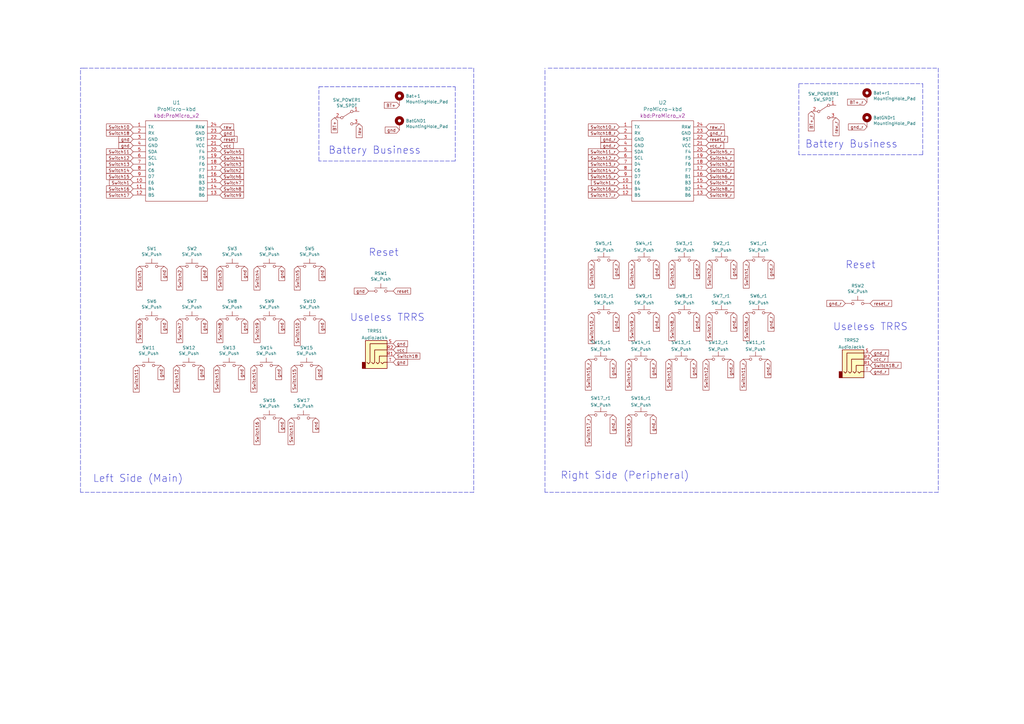
<source format=kicad_sch>
(kicad_sch (version 20211123) (generator eeschema)
  (paper "A3")
  (title_block (title "Sweep V2") (date "2021-03-10") (rev "0.1") (company "broomlabs"))
  (lib_symbols
    (symbol "Connector:AudioJack4"
      (property "Reference" "J" (at 0 8.89 0))
      (property "Value" "AudioJack4" (at 0 6.35 0))
      (symbol "AudioJack4_0_1"
        (rectangle (start -6.35 -5.08) (end -7.62 -7.62) (stroke (width 0.254)) (fill (type outline)))
        (polyline (pts (xy 0 -5.08) (xy 0.635 -5.715) (xy 1.27 -5.08) (xy 2.54 -5.08)) (stroke (width 0.254)))
        (polyline (pts (xy -5.715 -5.08) (xy -5.08 -5.715) (xy -4.445 -5.08) (xy -4.445 2.54) (xy 2.54 2.54)) (stroke (width 0.254)))
        (polyline (pts (xy -1.905 -5.08) (xy -1.27 -5.715) (xy -0.635 -5.08) (xy -0.635 -2.54) (xy 2.54 -2.54)) (stroke (width 0.254)))
        (polyline (pts (xy 2.54 0) (xy -2.54 0) (xy -2.54 -5.08) (xy -3.175 -5.715) (xy -3.81 -5.08)) (stroke (width 0.254)))
        (rectangle (start 2.54 3.81) (end -6.35 -7.62) (stroke (width 0.254)) (fill (type background)))
      )
      (symbol "AudioJack4_1_1"
        (pin passive line (at 5.08 -2.54 180) (length 2.54) (name "~") (number "R1"))
        (pin passive line (at 5.08 0 180) (length 2.54) (name "~") (number "R2"))
        (pin passive line (at 5.08 2.54 180) (length 2.54) (name "~") (number "S"))
        (pin passive line (at 5.08 -5.08 180) (length 2.54) (name "~") (number "T"))
      )
    )
    (symbol "Mechanical:MountingHole_Pad" (pin_numbers hide) (pin_names (offset 1.016) hide)
      (property "Reference" "H" (at 0 6.35 0))
      (property "Value" "MountingHole_Pad" (at 0 4.445 0))
      (symbol "MountingHole_Pad_0_1"
        (circle (center 0 1.27) (radius 1.27) (stroke (width 1.27)))
      )
      (symbol "MountingHole_Pad_1_1"
        (pin input line (at 0 -2.54 90) (length 2.54) (name "1") (number "1"))
      )
    )
    (symbol "Switch:SW_Push" (pin_numbers hide) (pin_names (offset 1.016) hide)
      (property "Reference" "SW" (at 1.27 2.54 0))
      (property "Value" "SW_Push" (at 0 -1.524 0))
      (symbol "SW_Push_0_1"
        (circle (center -2.032 0) (radius 0.508))
        (polyline (pts (xy 0 1.27) (xy 0 3.048)))
        (polyline (pts (xy 2.54 1.27) (xy -2.54 1.27)))
        (circle (center 2.032 0) (radius 0.508))
        (pin passive line (at -5.08 0 0) (length 2.54) (name "1") (number "1"))
        (pin passive line (at 5.08 0 180) (length 2.54) (name "2") (number "2"))
      )
    )
    (symbol "Switch:SW_SPDT" (pin_names (offset 0) hide)
      (property "Reference" "SW" (at 0 4.318 0))
      (property "Value" "SW_SPDT" (at 0 -5.08 0))
      (symbol "SW_SPDT_0_0"
        (circle (center -2.032 0) (radius 0.508))
        (circle (center 2.032 -2.54) (radius 0.508))
      )
      (symbol "SW_SPDT_0_1"
        (polyline (pts (xy -1.524 0.254) (xy 1.651 2.286)))
        (circle (center 2.032 2.54) (radius 0.508))
      )
      (symbol "SW_SPDT_1_1"
        (pin passive line (at 5.08 2.54 180) (length 2.54) (name "A") (number "1"))
        (pin passive line (at -5.08 0 0) (length 2.54) (name "B") (number "2"))
        (pin passive line (at 5.08 -2.54 180) (length 2.54) (name "C") (number "3"))
      )
    )
    (symbol "sweepv2-rescue:ProMicro-kbd-bigblackpill-34key-rescue" (pin_names (offset 1.016))
      (property "Reference" "U" (at 0 24.13 0))
      (property "Value" "sweepv2-rescue_ProMicro-kbd-bigblackpill-34key-rescue" (at 0 -13.97 0))
      (symbol "ProMicro-kbd-bigblackpill-34key-rescue_0_1"
        (rectangle (start -12.7 21.59) (end 12.7 -11.43))
      )
      (symbol "ProMicro-kbd-bigblackpill-34key-rescue_1_1"
        (pin bidirectional line (at -17.78 19.05 0) (length 5.08) (name "TX") (number "1"))
        (pin bidirectional line (at -17.78 -3.81 0) (length 5.08) (name "E6") (number "10"))
        (pin bidirectional line (at -17.78 -6.35 0) (length 5.08) (name "B4") (number "11"))
        (pin bidirectional line (at -17.78 -8.89 0) (length 5.08) (name "B5") (number "12"))
        (pin bidirectional line (at 17.78 -8.89 180) (length 5.08) (name "B6") (number "13"))
        (pin bidirectional line (at 17.78 -6.35 180) (length 5.08) (name "B2") (number "14"))
        (pin bidirectional line (at 17.78 -3.81 180) (length 5.08) (name "B3") (number "15"))
        (pin bidirectional line (at 17.78 -1.27 180) (length 5.08) (name "B1") (number "16"))
        (pin bidirectional line (at 17.78 1.27 180) (length 5.08) (name "F7") (number "17"))
        (pin bidirectional line (at 17.78 3.81 180) (length 5.08) (name "F6") (number "18"))
        (pin bidirectional line (at 17.78 6.35 180) (length 5.08) (name "F5") (number "19"))
        (pin bidirectional line (at -17.78 16.51 0) (length 5.08) (name "RX") (number "2"))
        (pin bidirectional line (at 17.78 8.89 180) (length 5.08) (name "F4") (number "20"))
        (pin power_in line (at 17.78 11.43 180) (length 5.08) (name "VCC") (number "21"))
        (pin input line (at 17.78 13.97 180) (length 5.08) (name "RST") (number "22"))
        (pin power_in line (at 17.78 16.51 180) (length 5.08) (name "GND") (number "23"))
        (pin power_out line (at 17.78 19.05 180) (length 5.08) (name "RAW") (number "24"))
        (pin power_in line (at -17.78 13.97 0) (length 5.08) (name "GND") (number "3"))
        (pin power_in line (at -17.78 11.43 0) (length 5.08) (name "GND") (number "4"))
        (pin bidirectional line (at -17.78 8.89 0) (length 5.08) (name "SDA") (number "5"))
        (pin bidirectional line (at -17.78 6.35 0) (length 5.08) (name "SCL") (number "6"))
        (pin bidirectional line (at -17.78 3.81 0) (length 5.08) (name "D4") (number "7"))
        (pin bidirectional line (at -17.78 1.27 0) (length 5.08) (name "C6") (number "8"))
        (pin bidirectional line (at -17.78 -1.27 0) (length 5.08) (name "D7") (number "9"))
      )
    )
  )
  (polyline (pts (xy 223.52 201.93) (xy 223.52 27.94)))
  (polyline (pts (xy 130.81 35.56) (xy 186.69 35.56)))
  (polyline (pts (xy 384.81 27.94) (xy 384.81 201.93)))
  (polyline (pts (xy 224.79 27.94) (xy 384.81 27.94)))
  (polyline (pts (xy 378.46 63.5) (xy 327.66 63.5)))
  (polyline (pts (xy 130.81 66.04) (xy 130.81 35.56)))
  (polyline (pts (xy 33.02 201.93) (xy 33.02 27.94)))
  (polyline (pts (xy 186.69 66.04) (xy 130.81 66.04)))
  (polyline (pts (xy 327.66 63.5) (xy 327.66 34.29)))
  (polyline (pts (xy 34.29 27.94) (xy 194.31 27.94)))
  (polyline (pts (xy 327.66 34.29) (xy 378.46 34.29)))
  (polyline (pts (xy 186.69 35.56) (xy 186.69 66.04)))
  (polyline (pts (xy 378.46 34.29) (xy 378.46 63.5)))
  (polyline (pts (xy 33.02 27.94) (xy 34.29 27.94)))
  (polyline (pts (xy 384.81 201.93) (xy 223.52 201.93)))
  (polyline (pts (xy 194.31 27.94) (xy 194.31 201.93)))
  (polyline (pts (xy 194.31 201.93) (xy 33.02 201.93)))
  (text "Battery Business" (at 134.62 63.5 0) (effects (font (size 2.9972 2.9972)) (justify left bottom)))
  (text "Useless TRRS\n" (at 341.63 135.89 0) (effects (font (size 2.9972 2.9972)) (justify left bottom)))
  (text "Reset" (at 151.13 105.41 0) (effects (font (size 2.9972 2.9972)) (justify left bottom)))
  (text "Left Side (Main)" (at 38.1 198.12 0) (effects (font (size 2.9972 2.9972)) (justify left bottom)))
  (text "Right Side (Peripheral)" (at 229.87 196.85 0) (effects (font (size 2.9972 2.9972)) (justify left bottom)))
  (text "Battery Business" (at 330.2 60.96 0) (effects (font (size 2.9972 2.9972)) (justify left bottom)))
  (text "Useless TRRS\n" (at 143.51 132.08 0) (effects (font (size 2.9972 2.9972)) (justify left bottom)))
  (text "Reset" (at 346.71 110.49 0) (effects (font (size 2.9972 2.9972)) (justify left bottom)))
  (global_label "Switch14" (shape input) (at 54.61 69.85 180) (property "Intersheet References" "${INTERSHEET_REFS}" (effects hide)))
  (global_label "BT+_r" (shape input) (at 332.74 45.72 270) (property "Intersheet References" "${INTERSHEET_REFS}" (effects hide)))
  (global_label "gnd" (shape input) (at 132.08 130.81 270) (property "Intersheet References" "${INTERSHEET_REFS}" (effects hide)))
  (global_label "Switch3_r" (shape input) (at 275.59 106.68 270) (property "Intersheet References" "${INTERSHEET_REFS}" (effects hide)))
  (global_label "Switch5" (shape input) (at 121.92 109.22 270) (property "Intersheet References" "${INTERSHEET_REFS}" (effects hide)))
  (global_label "Switch12_r" (shape input) (at 254 64.77 180) (property "Intersheet References" "${INTERSHEET_REFS}" (effects hide)))
  (global_label "Switch15_r" (shape input) (at 241.3 147.32 270) (property "Intersheet References" "${INTERSHEET_REFS}" (effects hide)))
  (global_label "Switch8_r" (shape input) (at 275.59 128.27 270) (property "Intersheet References" "${INTERSHEET_REFS}" (effects hide)))
  (global_label "Switch4" (shape input) (at 90.17 64.77 0) (property "Intersheet References" "${INTERSHEET_REFS}" (effects hide)))
  (global_label "gnd" (shape input) (at 99.06 149.86 270) (property "Intersheet References" "${INTERSHEET_REFS}" (effects hide)))
  (global_label "reset" (shape input) (at 161.29 119.38 0) (property "Intersheet References" "${INTERSHEET_REFS}" (effects hide)))
  (global_label "vcc" (shape input) (at 90.17 59.69 0) (property "Intersheet References" "${INTERSHEET_REFS}" (effects hide)))
  (global_label "Switch6_r" (shape input) (at 289.56 72.39 0) (property "Intersheet References" "${INTERSHEET_REFS}" (effects hide)))
  (global_label "Switch16" (shape input) (at 105.41 171.45 270) (property "Intersheet References" "${INTERSHEET_REFS}" (effects hide)))
  (global_label "Switch8" (shape input) (at 90.17 130.81 270) (property "Intersheet References" "${INTERSHEET_REFS}" (effects hide)))
  (global_label "Switch12_r" (shape input) (at 289.56 147.32 270) (property "Intersheet References" "${INTERSHEET_REFS}" (effects hide)))
  (global_label "gnd" (shape input) (at 151.13 119.38 180) (property "Intersheet References" "${INTERSHEET_REFS}" (effects hide)))
  (global_label "gnd_r" (shape input) (at 346.71 124.46 180) (property "Intersheet References" "${INTERSHEET_REFS}" (effects hide)))
  (global_label "Switch17_r" (shape input) (at 241.3 170.18 270) (property "Intersheet References" "${INTERSHEET_REFS}" (effects hide)))
  (global_label "vcc" (shape input) (at 161.29 143.51 0) (property "Intersheet References" "${INTERSHEET_REFS}" (effects hide)))
  (global_label "gnd" (shape input) (at 82.55 149.86 270) (property "Intersheet References" "${INTERSHEET_REFS}" (effects hide)))
  (global_label "gnd_r" (shape input) (at 300.99 128.27 270) (property "Intersheet References" "${INTERSHEET_REFS}" (effects hide)))
  (global_label "reset_r" (shape input) (at 289.56 57.15 0) (property "Intersheet References" "${INTERSHEET_REFS}" (effects hide)))
  (global_label "gnd" (shape input) (at 163.83 53.34 180) (property "Intersheet References" "${INTERSHEET_REFS}" (effects hide)))
  (global_label "Switch13_r" (shape input) (at 274.32 147.32 270) (property "Intersheet References" "${INTERSHEET_REFS}" (effects hide)))
  (global_label "gnd_r" (shape input) (at 267.97 170.18 270) (property "Intersheet References" "${INTERSHEET_REFS}" (effects hide)))
  (global_label "gnd" (shape input) (at 90.17 54.61 0) (property "Intersheet References" "${INTERSHEET_REFS}" (effects hide)))
  (global_label "Switch11" (shape input) (at 54.61 62.23 180) (property "Intersheet References" "${INTERSHEET_REFS}" (effects hide)))
  (global_label "gnd" (shape input) (at 54.61 59.69 180) (property "Intersheet References" "${INTERSHEET_REFS}" (effects hide)))
  (global_label "gnd" (shape input) (at 67.31 109.22 270) (property "Intersheet References" "${INTERSHEET_REFS}" (effects hide)))
  (global_label "Switch18" (shape input) (at 54.61 54.61 180) (property "Intersheet References" "${INTERSHEET_REFS}" (effects hide)))
  (global_label "gnd" (shape input) (at 67.31 130.81 270) (property "Intersheet References" "${INTERSHEET_REFS}" (effects hide)))
  (global_label "Switch12" (shape input) (at 54.61 64.77 180) (property "Intersheet References" "${INTERSHEET_REFS}" (effects hide)))
  (global_label "Switch16_r" (shape input) (at 257.81 170.18 270) (property "Intersheet References" "${INTERSHEET_REFS}" (effects hide)))
  (global_label "Switch2_r" (shape input) (at 289.56 69.85 0) (property "Intersheet References" "${INTERSHEET_REFS}" (effects hide)))
  (global_label "Switch9" (shape input) (at 105.41 130.81 270) (property "Intersheet References" "${INTERSHEET_REFS}" (effects hide)))
  (global_label "raw" (shape input) (at 90.17 52.07 0) (property "Intersheet References" "${INTERSHEET_REFS}" (effects hide)))
  (global_label "gnd_r" (shape input) (at 251.46 147.32 270) (property "Intersheet References" "${INTERSHEET_REFS}" (effects hide)))
  (global_label "gnd_r" (shape input) (at 269.24 128.27 270) (property "Intersheet References" "${INTERSHEET_REFS}" (effects hide)))
  (global_label "gnd_r" (shape input) (at 316.23 106.68 270) (property "Intersheet References" "${INTERSHEET_REFS}" (effects hide)))
  (global_label "gnd_r" (shape input) (at 356.87 144.78 0) (property "Intersheet References" "${INTERSHEET_REFS}" (effects hide)))
  (global_label "BT+" (shape input) (at 137.16 48.26 270) (property "Intersheet References" "${INTERSHEET_REFS}" (effects hide)))
  (global_label "Switch7_r" (shape input) (at 290.83 128.27 270) (property "Intersheet References" "${INTERSHEET_REFS}" (effects hide)))
  (global_label "gnd_r" (shape input) (at 254 57.15 180) (property "Intersheet References" "${INTERSHEET_REFS}" (effects hide)))
  (global_label "gnd" (shape input) (at 115.57 130.81 270) (property "Intersheet References" "${INTERSHEET_REFS}" (effects hide)))
  (global_label "Switch6" (shape input) (at 90.17 72.39 0) (property "Intersheet References" "${INTERSHEET_REFS}" (effects hide)))
  (global_label "gnd" (shape input) (at 54.61 57.15 180) (property "Intersheet References" "${INTERSHEET_REFS}" (effects hide)))
  (global_label "Switch8" (shape input) (at 90.17 77.47 0) (property "Intersheet References" "${INTERSHEET_REFS}" (effects hide)))
  (global_label "gnd" (shape input) (at 129.54 171.45 270) (property "Intersheet References" "${INTERSHEET_REFS}" (effects hide)))
  (global_label "gnd_r" (shape input) (at 254 59.69 180) (property "Intersheet References" "${INTERSHEET_REFS}" (effects hide)))
  (global_label "Switch1_r" (shape input) (at 306.07 106.68 270) (property "Intersheet References" "${INTERSHEET_REFS}" (effects hide)))
  (global_label "reset" (shape input) (at 90.17 57.15 0) (property "Intersheet References" "${INTERSHEET_REFS}" (effects hide)))
  (global_label "BT+" (shape input) (at 163.83 43.18 180) (property "Intersheet References" "${INTERSHEET_REFS}" (effects hide)))
  (global_label "Switch1" (shape input) (at 54.61 74.93 180) (property "Intersheet References" "${INTERSHEET_REFS}" (effects hide)))
  (global_label "Switch5_r" (shape input) (at 242.57 106.68 270) (property "Intersheet References" "${INTERSHEET_REFS}" (effects hide)))
  (global_label "Switch2" (shape input) (at 73.66 109.22 270) (property "Intersheet References" "${INTERSHEET_REFS}" (effects hide)))
  (global_label "raw" (shape input) (at 147.32 50.8 270) (property "Intersheet References" "${INTERSHEET_REFS}" (effects hide)))
  (global_label "Switch4_r" (shape input) (at 289.56 64.77 0) (property "Intersheet References" "${INTERSHEET_REFS}" (effects hide)))
  (global_label "Switch3" (shape input) (at 90.17 109.22 270) (property "Intersheet References" "${INTERSHEET_REFS}" (effects hide)))
  (global_label "Switch8_r" (shape input) (at 289.56 77.47 0) (property "Intersheet References" "${INTERSHEET_REFS}" (effects hide)))
  (global_label "Switch1_r" (shape input) (at 254 74.93 180) (property "Intersheet References" "${INTERSHEET_REFS}" (effects hide)))
  (global_label "vcc_r" (shape input) (at 289.56 59.69 0) (property "Intersheet References" "${INTERSHEET_REFS}" (effects hide)))
  (global_label "Switch4" (shape input) (at 105.41 109.22 270) (property "Intersheet References" "${INTERSHEET_REFS}" (effects hide)))
  (global_label "Switch9" (shape input) (at 90.17 80.01 0) (property "Intersheet References" "${INTERSHEET_REFS}" (effects hide)))
  (global_label "Switch10_r" (shape input) (at 242.57 128.27 270) (property "Intersheet References" "${INTERSHEET_REFS}" (effects hide)))
  (global_label "Switch2" (shape input) (at 90.17 69.85 0) (property "Intersheet References" "${INTERSHEET_REFS}" (effects hide)))
  (global_label "Switch10" (shape input) (at 54.61 52.07 180) (property "Intersheet References" "${INTERSHEET_REFS}" (effects hide)))
  (global_label "reset_r" (shape input) (at 356.87 124.46 0) (property "Intersheet References" "${INTERSHEET_REFS}" (effects hide)))
  (global_label "Switch18" (shape input) (at 161.29 146.05 0) (property "Intersheet References" "${INTERSHEET_REFS}" (effects hide)))
  (global_label "Switch11_r" (shape input) (at 254 62.23 180) (property "Intersheet References" "${INTERSHEET_REFS}" (effects hide)))
  (global_label "gnd_r" (shape input) (at 299.72 147.32 270) (property "Intersheet References" "${INTERSHEET_REFS}" (effects hide)))
  (global_label "Switch11_r" (shape input) (at 304.8 147.32 270) (property "Intersheet References" "${INTERSHEET_REFS}" (effects hide)))
  (global_label "gnd_r" (shape input) (at 267.97 147.32 270) (property "Intersheet References" "${INTERSHEET_REFS}" (effects hide)))
  (global_label "Switch11" (shape input) (at 55.88 149.86 270) (property "Intersheet References" "${INTERSHEET_REFS}" (effects hide)))
  (global_label "gnd" (shape input) (at 115.57 109.22 270) (property "Intersheet References" "${INTERSHEET_REFS}" (effects hide)))
  (global_label "gnd_r" (shape input) (at 252.73 128.27 270) (property "Intersheet References" "${INTERSHEET_REFS}" (effects hide)))
  (global_label "Switch3_r" (shape input) (at 289.56 67.31 0) (property "Intersheet References" "${INTERSHEET_REFS}" (effects hide)))
  (global_label "gnd_r" (shape input) (at 285.75 106.68 270) (property "Intersheet References" "${INTERSHEET_REFS}" (effects hide)))
  (global_label "Switch13" (shape input) (at 88.9 149.86 270) (property "Intersheet References" "${INTERSHEET_REFS}" (effects hide)))
  (global_label "Switch4_r" (shape input) (at 259.08 106.68 270) (property "Intersheet References" "${INTERSHEET_REFS}" (effects hide)))
  (global_label "gnd_r" (shape input) (at 269.24 106.68 270) (property "Intersheet References" "${INTERSHEET_REFS}" (effects hide)))
  (global_label "Switch3" (shape input) (at 90.17 67.31 0) (property "Intersheet References" "${INTERSHEET_REFS}" (effects hide)))
  (global_label "gnd_r" (shape input) (at 355.6 52.07 180) (property "Intersheet References" "${INTERSHEET_REFS}" (effects hide)))
  (global_label "Switch15" (shape input) (at 54.61 72.39 180) (property "Intersheet References" "${INTERSHEET_REFS}" (effects hide)))
  (global_label "gnd" (shape input) (at 161.29 140.97 0) (property "Intersheet References" "${INTERSHEET_REFS}" (effects hide)))
  (global_label "gnd_r" (shape input) (at 285.75 128.27 270) (property "Intersheet References" "${INTERSHEET_REFS}" (effects hide)))
  (global_label "Switch16" (shape input) (at 54.61 77.47 180) (property "Intersheet References" "${INTERSHEET_REFS}" (effects hide)))
  (global_label "Switch1" (shape input) (at 57.15 109.22 270) (property "Intersheet References" "${INTERSHEET_REFS}" (effects hide)))
  (global_label "gnd" (shape input) (at 100.33 130.81 270) (property "Intersheet References" "${INTERSHEET_REFS}" (effects hide)))
  (global_label "Switch2_r" (shape input) (at 290.83 106.68 270) (property "Intersheet References" "${INTERSHEET_REFS}" (effects hide)))
  (global_label "gnd" (shape input) (at 114.3 149.86 270) (property "Intersheet References" "${INTERSHEET_REFS}" (effects hide)))
  (global_label "gnd_r" (shape input) (at 718.82 306.07 0) (property "Intersheet References" "${INTERSHEET_REFS}" (effects hide)))
  (global_label "gnd_r" (shape input) (at 316.23 128.27 270) (property "Intersheet References" "${INTERSHEET_REFS}" (effects hide)))
  (global_label "gnd_r" (shape input) (at 284.48 147.32 270) (property "Intersheet References" "${INTERSHEET_REFS}" (effects hide)))
  (global_label "Switch15_r" (shape input) (at 254 72.39 180) (property "Intersheet References" "${INTERSHEET_REFS}" (effects hide)))
  (global_label "gnd_r" (shape input) (at 251.46 170.18 270) (property "Intersheet References" "${INTERSHEET_REFS}" (effects hide)))
  (global_label "Switch12" (shape input) (at 72.39 149.86 270) (property "Intersheet References" "${INTERSHEET_REFS}" (effects hide)))
  (global_label "Switch18_r" (shape input) (at 356.87 149.86 0) (property "Intersheet References" "${INTERSHEET_REFS}" (effects hide)))
  (global_label "raw_r" (shape input) (at 342.9 48.26 270) (property "Intersheet References" "${INTERSHEET_REFS}" (effects hide)))
  (global_label "Switch7" (shape input) (at 90.17 74.93 0) (property "Intersheet References" "${INTERSHEET_REFS}" (effects hide)))
  (global_label "raw_r" (shape input) (at 289.56 52.07 0) (property "Intersheet References" "${INTERSHEET_REFS}" (effects hide)))
  (global_label "Switch15" (shape input) (at 120.65 149.86 270) (property "Intersheet References" "${INTERSHEET_REFS}" (effects hide)))
  (global_label "Switch17" (shape input) (at 54.61 80.01 180) (property "Intersheet References" "${INTERSHEET_REFS}" (effects hide)))
  (global_label "gnd" (shape input) (at 66.04 149.86 270) (property "Intersheet References" "${INTERSHEET_REFS}" (effects hide)))
  (global_label "Switch18_r" (shape input) (at 254 54.61 180) (property "Intersheet References" "${INTERSHEET_REFS}" (effects hide)))
  (global_label "BT+_r" (shape input) (at 355.6 41.91 180) (property "Intersheet References" "${INTERSHEET_REFS}" (effects hide)))
  (global_label "gnd" (shape input) (at 161.29 148.59 0) (property "Intersheet References" "${INTERSHEET_REFS}" (effects hide)))
  (global_label "Switch9_r" (shape input) (at 289.56 80.01 0) (property "Intersheet References" "${INTERSHEET_REFS}" (effects hide)))
  (global_label "gnd" (shape input) (at 83.82 130.81 270) (property "Intersheet References" "${INTERSHEET_REFS}" (effects hide)))
  (global_label "Switch14_r" (shape input) (at 254 69.85 180) (property "Intersheet References" "${INTERSHEET_REFS}" (effects hide)))
  (global_label "Switch7" (shape input) (at 73.66 130.81 270) (property "Intersheet References" "${INTERSHEET_REFS}" (effects hide)))
  (global_label "gnd_r" (shape input) (at 356.87 152.4 0) (property "Intersheet References" "${INTERSHEET_REFS}" (effects hide)))
  (global_label "Switch10" (shape input) (at 121.92 130.81 270) (property "Intersheet References" "${INTERSHEET_REFS}" (effects hide)))
  (global_label "gnd_r" (shape input) (at 252.73 106.68 270) (property "Intersheet References" "${INTERSHEET_REFS}" (effects hide)))
  (global_label "vcc_r" (shape input) (at 356.87 147.32 0) (property "Intersheet References" "${INTERSHEET_REFS}" (effects hide)))
  (global_label "Switch5" (shape input) (at 90.17 62.23 0) (property "Intersheet References" "${INTERSHEET_REFS}" (effects hide)))
  (global_label "gnd" (shape input) (at 100.33 109.22 270) (property "Intersheet References" "${INTERSHEET_REFS}" (effects hide)))
  (global_label "gnd" (shape input) (at 83.82 109.22 270) (property "Intersheet References" "${INTERSHEET_REFS}" (effects hide)))
  (global_label "gnd_r" (shape input) (at 314.96 147.32 270) (property "Intersheet References" "${INTERSHEET_REFS}" (effects hide)))
  (global_label "Switch13_r" (shape input) (at 254 67.31 180) (property "Intersheet References" "${INTERSHEET_REFS}" (effects hide)))
  (global_label "gnd_r" (shape input) (at 300.99 106.68 270) (property "Intersheet References" "${INTERSHEET_REFS}" (effects hide)))
  (global_label "gnd" (shape input) (at 115.57 171.45 270) (property "Intersheet References" "${INTERSHEET_REFS}" (effects hide)))
  (global_label "gnd" (shape input) (at 132.08 109.22 270) (property "Intersheet References" "${INTERSHEET_REFS}" (effects hide)))
  (global_label "Switch17" (shape input) (at 119.38 171.45 270) (property "Intersheet References" "${INTERSHEET_REFS}" (effects hide)))
  (global_label "Switch9_r" (shape input) (at 259.08 128.27 270) (property "Intersheet References" "${INTERSHEET_REFS}" (effects hide)))
  (global_label "gnd_r" (shape input) (at 289.56 54.61 0) (property "Intersheet References" "${INTERSHEET_REFS}" (effects hide)))
  (global_label "Switch5_r" (shape input) (at 289.56 62.23 0) (property "Intersheet References" "${INTERSHEET_REFS}" (effects hide)))
  (global_label "Switch6" (shape input) (at 57.15 130.81 270) (property "Intersheet References" "${INTERSHEET_REFS}" (effects hide)))
  (global_label "Switch14_r" (shape input) (at 257.81 147.32 270) (property "Intersheet References" "${INTERSHEET_REFS}" (effects hide)))
  (global_label "Switch13" (shape input) (at 54.61 67.31 180) (property "Intersheet References" "${INTERSHEET_REFS}" (effects hide)))
  (global_label "Switch14" (shape input) (at 104.14 149.86 270) (property "Intersheet References" "${INTERSHEET_REFS}" (effects hide)))
  (global_label "Switch17_r" (shape input) (at 254 80.01 180) (property "Intersheet References" "${INTERSHEET_REFS}" (effects hide)))
  (global_label "Switch16_r" (shape input) (at 254 77.47 180) (property "Intersheet References" "${INTERSHEET_REFS}" (effects hide)))
  (global_label "Switch10_r" (shape input) (at 254 52.07 180) (property "Intersheet References" "${INTERSHEET_REFS}" (effects hide)))
  (global_label "Switch6_r" (shape input) (at 306.07 128.27 270) (property "Intersheet References" "${INTERSHEET_REFS}" (effects hide)))
  (global_label "Switch7_r" (shape input) (at 289.56 74.93 0) (property "Intersheet References" "${INTERSHEET_REFS}" (effects hide)))
  (global_label "gnd" (shape input) (at 130.81 149.86 270) (property "Intersheet References" "${INTERSHEET_REFS}" (effects hide)))
  (symbol (lib_id "Mechanical:MountingHole_Pad") (at 163.83 40.64 0) (unit 1)
    (property "Reference" "Bat+1" (at 166.37 39.3954 0) (effects (justify left)))
    (property "Value" "MountingHole_Pad" (at 166.37 41.7068 0) (effects (justify left)))
    (property "Footprint" "kbd:1pin_conn" (effects hide))
  )
  (symbol (lib_id "Mechanical:MountingHole_Pad") (at 163.83 50.8 0) (unit 1)
    (property "Reference" "BatGND1" (at 166.37 49.5554 0) (effects (justify left)))
    (property "Value" "MountingHole_Pad" (at 166.37 51.8668 0) (effects (justify left)))
    (property "Footprint" "kbd:1pin_conn" (effects hide))
  )
  (symbol (lib_id "sweepv2-rescue:ProMicro-kbd-bigblackpill-34key-rescue") (at 72.39 71.12 0) (unit 1)
    (property "Reference" "U1" (at 72.39 42.0878 0) (effects (font (size 1.524 1.524))))
    (property "Value" "ProMicro-kbd" (at 72.39 44.7802 0) (effects (font (size 1.524 1.524))))
    (property "Footprint" "kbd:ProMicro_v2" (at 72.39 47.4726 0) (effects (font (size 1.524 1.524))))
  )
  (symbol (lib_id "Switch:SW_Push") (at 62.23 109.22 0) (unit 1)
    (property "Reference" "SW1" (at 62.23 101.981 0))
    (property "Value" "SW_Push" (at 62.23 104.2924 0))
    (property "Footprint" "Kailh:SW_PG1350_rev_DPB" (effects hide))
  )
  (symbol (lib_id "Switch:SW_Push") (at 78.74 109.22 0) (unit 1)
    (property "Reference" "SW2" (at 78.74 101.981 0))
    (property "Value" "SW_Push" (at 78.74 104.2924 0))
    (property "Footprint" "Kailh:SW_PG1350_rev_DPB" (effects hide))
  )
  (symbol (lib_id "Switch:SW_Push") (at 95.25 109.22 0) (unit 1)
    (property "Reference" "SW3" (at 95.25 101.981 0))
    (property "Value" "SW_Push" (at 95.25 104.2924 0))
    (property "Footprint" "Kailh:SW_PG1350_rev_DPB" (effects hide))
  )
  (symbol (lib_id "Switch:SW_Push") (at 110.49 109.22 0) (unit 1)
    (property "Reference" "SW4" (at 110.49 101.981 0))
    (property "Value" "SW_Push" (at 110.49 104.2924 0))
    (property "Footprint" "Kailh:SW_PG1350_rev_DPB" (effects hide))
  )
  (symbol (lib_id "Switch:SW_Push") (at 127 109.22 0) (unit 1)
    (property "Reference" "SW5" (at 127 101.981 0))
    (property "Value" "SW_Push" (at 127 104.2924 0))
    (property "Footprint" "Kailh:SW_PG1350_rev_DPB" (effects hide))
  )
  (symbol (lib_id "Switch:SW_Push") (at 110.49 171.45 0) (unit 1)
    (property "Reference" "SW16" (at 110.49 164.211 0))
    (property "Value" "SW_Push" (at 110.49 166.5224 0))
    (property "Footprint" "Kailh:SW_PG1350_rev_DPB" (effects hide))
  )
  (symbol (lib_id "Switch:SW_Push") (at 124.46 171.45 0) (unit 1)
    (property "Reference" "SW17" (at 124.46 164.211 0))
    (property "Value" "SW_Push" (at 124.46 166.5224 0))
    (property "Footprint" "Kailh:SW_PG1350_rev_DPB" (effects hide))
  )
  (symbol (lib_id "Switch:SW_Push") (at 62.23 130.81 0) (unit 1)
    (property "Reference" "SW6" (at 62.23 123.571 0))
    (property "Value" "SW_Push" (at 62.23 125.8824 0))
    (property "Footprint" "Kailh:SW_PG1350_rev_DPB" (effects hide))
  )
  (symbol (lib_id "Switch:SW_Push") (at 78.74 130.81 0) (unit 1)
    (property "Reference" "SW7" (at 78.74 123.571 0))
    (property "Value" "SW_Push" (at 78.74 125.8824 0))
    (property "Footprint" "Kailh:SW_PG1350_rev_DPB" (effects hide))
  )
  (symbol (lib_id "Switch:SW_Push") (at 95.25 130.81 0) (unit 1)
    (property "Reference" "SW8" (at 95.25 123.571 0))
    (property "Value" "SW_Push" (at 95.25 125.8824 0))
    (property "Footprint" "Kailh:SW_PG1350_rev_DPB" (effects hide))
  )
  (symbol (lib_id "Switch:SW_Push") (at 110.49 130.81 0) (unit 1)
    (property "Reference" "SW9" (at 110.49 123.571 0))
    (property "Value" "SW_Push" (at 110.49 125.8824 0))
    (property "Footprint" "Kailh:SW_PG1350_rev_DPB" (effects hide))
  )
  (symbol (lib_id "Switch:SW_Push") (at 127 130.81 0) (unit 1)
    (property "Reference" "SW10" (at 127 123.571 0))
    (property "Value" "SW_Push" (at 127 125.8824 0))
    (property "Footprint" "Kailh:SW_PG1350_rev_DPB" (effects hide))
  )
  (symbol (lib_id "Switch:SW_Push") (at 60.96 149.86 0) (unit 1)
    (property "Reference" "SW11" (at 60.96 142.621 0))
    (property "Value" "SW_Push" (at 60.96 144.9324 0))
    (property "Footprint" "Kailh:SW_PG1350_rev_DPB" (effects hide))
  )
  (symbol (lib_id "Switch:SW_Push") (at 77.47 149.86 0) (unit 1)
    (property "Reference" "SW12" (at 77.47 142.621 0))
    (property "Value" "SW_Push" (at 77.47 144.9324 0))
    (property "Footprint" "Kailh:SW_PG1350_rev_DPB" (effects hide))
  )
  (symbol (lib_id "Switch:SW_Push") (at 93.98 149.86 0) (unit 1)
    (property "Reference" "SW13" (at 93.98 142.621 0))
    (property "Value" "SW_Push" (at 93.98 144.9324 0))
    (property "Footprint" "Kailh:SW_PG1350_rev_DPB" (effects hide))
  )
  (symbol (lib_id "Switch:SW_Push") (at 109.22 149.86 0) (unit 1)
    (property "Reference" "SW14" (at 109.22 142.621 0))
    (property "Value" "SW_Push" (at 109.22 144.9324 0))
    (property "Footprint" "Kailh:SW_PG1350_rev_DPB" (effects hide))
  )
  (symbol (lib_id "Switch:SW_Push") (at 125.73 149.86 0) (unit 1)
    (property "Reference" "SW15" (at 125.73 142.621 0))
    (property "Value" "SW_Push" (at 125.73 144.9324 0))
    (property "Footprint" "Kailh:SW_PG1350_rev_DPB" (effects hide))
  )
  (symbol (lib_id "Switch:SW_Push") (at 156.21 119.38 0) (unit 1)
    (property "Reference" "RSW1" (at 156.21 112.141 0))
    (property "Value" "SW_Push" (at 156.21 114.4524 0))
    (property "Footprint" "kbd:ResetSW" (effects hide))
  )
  (symbol (lib_id "Switch:SW_SPDT") (at 142.24 48.26 0) (unit 1)
    (property "Reference" "SW_POWER1" (at 142.24 41.021 0))
    (property "Value" "SW_SPDT" (at 142.24 43.3324 0))
    (property "Footprint" "Kailh:SPDT_C128955" (effects hide))
  )
  (symbol (lib_id "Switch:SW_Push") (at 311.15 106.68 0) (unit 1)
    (property "Reference" "SW1_r1" (at 311.15 99.7925 0))
    (property "Value" "SW_Push" (at 311.15 102.5676 0))
    (property "Footprint" "Kailh:SW_PG1350_rev_DPB" (effects hide))
  )
  (symbol (lib_id "Switch:SW_Push") (at 295.91 106.68 0) (unit 1)
    (property "Reference" "SW2_r1" (at 295.91 99.7925 0))
    (property "Value" "SW_Push" (at 295.91 102.5676 0))
    (property "Footprint" "Kailh:SW_PG1350_rev_DPB" (effects hide))
  )
  (symbol (lib_id "Switch:SW_Push") (at 280.67 106.68 0) (unit 1)
    (property "Reference" "SW3_r1" (at 280.67 99.7925 0))
    (property "Value" "SW_Push" (at 280.67 102.5676 0))
    (property "Footprint" "Kailh:SW_PG1350_rev_DPB" (effects hide))
  )
  (symbol (lib_id "Switch:SW_Push") (at 264.16 106.68 0) (unit 1)
    (property "Reference" "SW4_r1" (at 264.16 99.7925 0))
    (property "Value" "SW_Push" (at 264.16 102.5676 0))
    (property "Footprint" "Kailh:SW_PG1350_rev_DPB" (effects hide))
  )
  (symbol (lib_id "Switch:SW_Push") (at 247.65 106.68 0) (unit 1)
    (property "Reference" "SW5_r1" (at 247.65 99.7925 0))
    (property "Value" "SW_Push" (at 247.65 102.5676 0))
    (property "Footprint" "Kailh:SW_PG1350_rev_DPB" (effects hide))
  )
  (symbol (lib_id "Switch:SW_Push") (at 262.89 170.18 0) (unit 1)
    (property "Reference" "SW16_r1" (at 262.89 163.2925 0))
    (property "Value" "SW_Push" (at 262.89 166.0676 0))
    (property "Footprint" "Kailh:SW_PG1350_rev_DPB" (effects hide))
  )
  (symbol (lib_id "Switch:SW_Push") (at 246.38 170.18 0) (unit 1)
    (property "Reference" "SW17_r1" (at 246.38 163.2925 0))
    (property "Value" "SW_Push" (at 246.38 166.0676 0))
    (property "Footprint" "Kailh:SW_PG1350_rev_DPB" (effects hide))
  )
  (symbol (lib_id "Switch:SW_Push") (at 311.15 128.27 0) (unit 1)
    (property "Reference" "SW6_r1" (at 311.15 121.3825 0))
    (property "Value" "SW_Push" (at 311.15 124.1576 0))
    (property "Footprint" "Kailh:SW_PG1350_rev_DPB" (effects hide))
  )
  (symbol (lib_id "Switch:SW_Push") (at 295.91 128.27 0) (unit 1)
    (property "Reference" "SW7_r1" (at 295.91 121.3825 0))
    (property "Value" "SW_Push" (at 295.91 124.1576 0))
    (property "Footprint" "Kailh:SW_PG1350_rev_DPB" (effects hide))
  )
  (symbol (lib_id "Switch:SW_Push") (at 280.67 128.27 0) (unit 1)
    (property "Reference" "SW8_r1" (at 280.67 121.3825 0))
    (property "Value" "SW_Push" (at 280.67 124.1576 0))
    (property "Footprint" "Kailh:SW_PG1350_rev_DPB" (effects hide))
  )
  (symbol (lib_id "Switch:SW_Push") (at 264.16 128.27 0) (unit 1)
    (property "Reference" "SW9_r1" (at 264.16 121.3825 0))
    (property "Value" "SW_Push" (at 264.16 124.1576 0))
    (property "Footprint" "Kailh:SW_PG1350_rev_DPB" (effects hide))
  )
  (symbol (lib_id "Switch:SW_Push") (at 247.65 128.27 0) (unit 1)
    (property "Reference" "SW10_r1" (at 247.65 121.3825 0))
    (property "Value" "SW_Push" (at 247.65 124.1576 0))
    (property "Footprint" "Kailh:SW_PG1350_rev_DPB" (effects hide))
  )
  (symbol (lib_id "Switch:SW_Push") (at 309.88 147.32 0) (unit 1)
    (property "Reference" "SW11_r1" (at 309.88 140.4325 0))
    (property "Value" "SW_Push" (at 309.88 143.2076 0))
    (property "Footprint" "Kailh:SW_PG1350_rev_DPB" (effects hide))
  )
  (symbol (lib_id "Switch:SW_Push") (at 294.64 147.32 0) (unit 1)
    (property "Reference" "SW12_r1" (at 294.64 140.4325 0))
    (property "Value" "SW_Push" (at 294.64 143.2076 0))
    (property "Footprint" "Kailh:SW_PG1350_rev_DPB" (effects hide))
  )
  (symbol (lib_id "Switch:SW_Push") (at 279.4 147.32 0) (unit 1)
    (property "Reference" "SW13_r1" (at 279.4 140.4325 0))
    (property "Value" "SW_Push" (at 279.4 143.2076 0))
    (property "Footprint" "Kailh:SW_PG1350_rev_DPB" (effects hide))
  )
  (symbol (lib_id "Switch:SW_Push") (at 262.89 147.32 0) (unit 1)
    (property "Reference" "SW14_r1" (at 262.89 140.4325 0))
    (property "Value" "SW_Push" (at 262.89 143.2076 0))
    (property "Footprint" "Kailh:SW_PG1350_rev_DPB" (effects hide))
  )
  (symbol (lib_id "Switch:SW_Push") (at 246.38 147.32 0) (unit 1)
    (property "Reference" "SW15_r1" (at 246.38 140.4325 0))
    (property "Value" "SW_Push" (at 246.38 143.2076 0))
    (property "Footprint" "Kailh:SW_PG1350_rev_DPB" (effects hide))
  )
  (symbol (lib_id "sweepv2-rescue:ProMicro-kbd-bigblackpill-34key-rescue") (at 271.78 71.12 0) (unit 1)
    (property "Reference" "U2" (at 271.78 42.0878 0) (effects (font (size 1.524 1.524))))
    (property "Value" "ProMicro-kbd" (at 271.78 44.7802 0) (effects (font (size 1.524 1.524))))
    (property "Footprint" "kbd:ProMicro_v2" (at 271.78 47.4726 0) (effects (font (size 1.524 1.524))))
  )
  (symbol (lib_id "Switch:SW_Push") (at 351.79 124.46 0) (unit 1)
    (property "Reference" "RSW2" (at 351.79 117.221 0))
    (property "Value" "SW_Push" (at 351.79 119.5324 0))
    (property "Footprint" "kbd:ResetSW" (effects hide))
  )
  (symbol (lib_id "Switch:SW_SPDT") (at 337.82 45.72 0) (unit 1)
    (property "Reference" "SW_POWERR1" (at 337.82 38.481 0))
    (property "Value" "SW_SPDT" (at 337.82 40.7924 0))
    (property "Footprint" "Kailh:SPDT_C128955" (effects hide))
  )
  (symbol (lib_id "Mechanical:MountingHole_Pad") (at 355.6 39.37 0) (unit 1)
    (property "Reference" "Bat+r1" (at 358.14 38.1254 0) (effects (justify left)))
    (property "Value" "MountingHole_Pad" (at 358.14 40.4368 0) (effects (justify left)))
    (property "Footprint" "kbd:1pin_conn" (effects hide))
  )
  (symbol (lib_id "Mechanical:MountingHole_Pad") (at 355.6 49.53 0) (unit 1)
    (property "Reference" "BatGNDr1" (at 358.14 48.2854 0) (effects (justify left)))
    (property "Value" "MountingHole_Pad" (at 358.14 50.5968 0) (effects (justify left)))
    (property "Footprint" "kbd:1pin_conn" (effects hide))
  )
  (symbol (lib_id "Connector:AudioJack4") (at 351.79 147.32 0) (unit 1)
    (property "Reference" "TRRS2" (at 349.25 139.5435 0))
    (property "Value" "AudioJack4" (at 349.25 142.3186 0))
  )
  (symbol (lib_id "Connector:AudioJack4") (at 156.21 143.51 0) (unit 1)
    (property "Reference" "TRRS1" (at 153.67 135.7335 0))
    (property "Value" "AudioJack4" (at 153.67 138.5086 0))
  )
)
</source>
